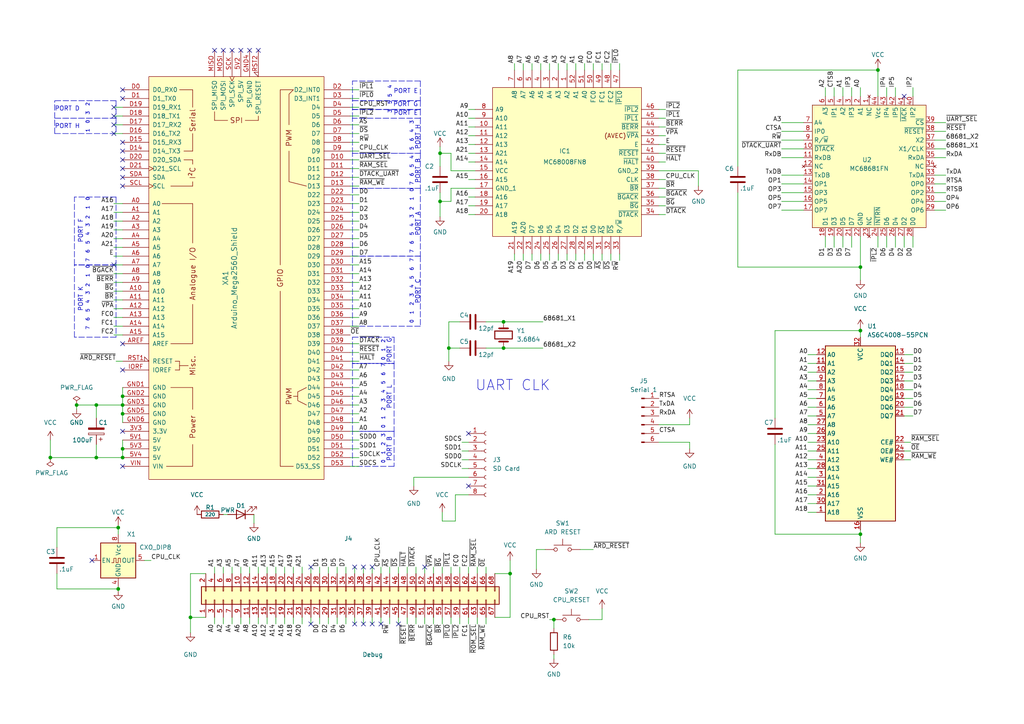
<source format=kicad_sch>
(kicad_sch (version 20211123) (generator eeschema)
  (paper "A4")
  (junction (at 34.29 153.035))
  (junction (at 127.635 58.42))
  (junction (at 27.94 117.475))
  (junction (at 35.56 120.015))
  (junction (at 254.635 20.32))
  (junction (at 35.56 117.475))
  (junction (at 130.175 100.965))
  (junction (at 35.56 130.175))
  (junction (at 34.29 170.815))
  (junction (at 35.56 114.935))
  (junction (at 249.555 95.885))
  (junction (at 35.56 132.715))
  (junction (at 146.05 100.965))
  (junction (at 27.94 132.715))
  (junction (at 127.635 44.45))
  (junction (at 249.555 154.94))
  (junction (at 160.655 179.705))
  (junction (at 146.05 93.345))
  (junction (at 147.955 166.37))
  (junction (at 249.555 77.47))
  (junction (at 22.225 117.475))
  (junction (at 14.605 132.715))
  (junction (at 55.245 179.07))
  (no_connect (at 105.41 164.465))
  (no_connect (at 107.95 164.465))
  (no_connect (at 105.41 180.975))
  (no_connect (at 102.87 180.975))
  (no_connect (at 102.87 164.465))
  (no_connect (at 115.57 180.975))
  (no_connect (at 110.49 180.975))
  (no_connect (at 107.95 180.975))
  (no_connect (at 123.19 164.465))
  (no_connect (at 33.02 76.835))
  (no_connect (at 90.17 180.975))
  (no_connect (at 90.17 164.465))
  (no_connect (at 35.56 107.315))
  (no_connect (at 35.56 125.095))
  (no_connect (at 35.56 135.255))
  (no_connect (at 74.93 14.605))
  (no_connect (at 26.67 162.56))
  (no_connect (at 35.56 41.275))
  (no_connect (at 35.56 43.815))
  (no_connect (at 35.56 46.355))
  (no_connect (at 35.56 48.895))
  (no_connect (at 33.02 33.655))
  (no_connect (at 33.02 31.115))
  (no_connect (at 33.02 36.195))
  (no_connect (at 33.02 38.735))
  (no_connect (at 135.89 140.97))
  (no_connect (at 135.89 125.73))
  (no_connect (at 35.56 51.435))
  (no_connect (at 35.56 53.975))
  (no_connect (at 72.39 14.605))
  (no_connect (at 62.23 14.605))
  (no_connect (at 69.85 14.605))
  (no_connect (at 67.31 14.605))
  (no_connect (at 64.77 14.605))
  (no_connect (at 262.255 27.94))
  (no_connect (at 35.56 99.695))
  (no_connect (at 35.56 26.035))
  (no_connect (at 35.56 28.575))
  (wire (pts (xy 271.145 45.72) (xy 274.32 45.72)))
  (polyline (pts (xy 33.655 57.15) (xy 33.655 76.835)))
  (wire (pts (xy 90.17 179.07) (xy 90.17 180.975)))
  (wire (pts (xy 73.66 151.765) (xy 73.66 149.225)))
  (wire (pts (xy 102.87 164.465) (xy 102.87 166.37)))
  (wire (pts (xy 143.51 179.07) (xy 147.955 179.07)))
  (polyline (pts (xy 33.655 76.835) (xy 21.59 76.835)))
  (wire (pts (xy 135.89 44.45) (xy 137.795 44.45)))
  (wire (pts (xy 101.6 89.535) (xy 104.14 89.535)))
  (wire (pts (xy 164.465 18.415) (xy 164.465 20.32)))
  (polyline (pts (xy 114.3 105.41) (xy 102.235 105.41)))
  (wire (pts (xy 85.09 179.07) (xy 85.09 180.975)))
  (wire (pts (xy 101.6 86.995) (xy 104.14 86.995)))
  (wire (pts (xy 69.85 164.465) (xy 69.85 166.37)))
  (wire (pts (xy 118.11 179.07) (xy 118.11 180.975)))
  (wire (pts (xy 110.49 179.07) (xy 110.49 180.975)))
  (wire (pts (xy 92.71 179.07) (xy 92.71 180.975)))
  (wire (pts (xy 127.635 44.45) (xy 130.81 44.45)))
  (wire (pts (xy 149.225 73.66) (xy 149.225 75.565)))
  (wire (pts (xy 174.625 73.66) (xy 174.625 75.565)))
  (polyline (pts (xy 114.3 125.095) (xy 114.3 135.255)))
  (wire (pts (xy 133.985 135.89) (xy 135.89 135.89)))
  (wire (pts (xy 164.465 73.66) (xy 164.465 75.565)))
  (wire (pts (xy 135.89 62.23) (xy 137.795 62.23)))
  (polyline (pts (xy 121.92 54.61) (xy 102.235 54.61)))
  (wire (pts (xy 118.11 164.465) (xy 118.11 166.37)))
  (wire (pts (xy 234.315 107.95) (xy 236.855 107.95)))
  (wire (pts (xy 35.56 61.595) (xy 33.02 61.595)))
  (wire (pts (xy 34.29 153.035) (xy 34.29 154.94)))
  (polyline (pts (xy 114.3 97.79) (xy 114.3 105.41)))
  (polyline (pts (xy 121.92 44.45) (xy 121.92 54.61)))
  (wire (pts (xy 133.35 93.345) (xy 130.175 93.345)))
  (wire (pts (xy 177.165 73.66) (xy 177.165 75.565)))
  (wire (pts (xy 97.79 179.07) (xy 97.79 180.975)))
  (wire (pts (xy 254.635 19.685) (xy 254.635 20.32)))
  (wire (pts (xy 101.6 117.475) (xy 104.14 117.475)))
  (wire (pts (xy 35.56 74.295) (xy 33.02 74.295)))
  (wire (pts (xy 104.14 33.655) (xy 101.6 33.655)))
  (wire (pts (xy 138.43 179.07) (xy 138.43 180.975)))
  (wire (pts (xy 82.55 179.07) (xy 82.55 180.975)))
  (wire (pts (xy 33.02 89.535) (xy 35.56 89.535)))
  (wire (pts (xy 33.02 31.115) (xy 35.56 31.115)))
  (wire (pts (xy 271.145 50.8) (xy 274.32 50.8)))
  (wire (pts (xy 156.845 73.66) (xy 156.845 75.565)))
  (wire (pts (xy 226.695 38.1) (xy 233.045 38.1)))
  (wire (pts (xy 16.51 166.37) (xy 16.51 170.815)))
  (wire (pts (xy 35.56 112.395) (xy 35.56 114.935)))
  (wire (pts (xy 120.015 138.43) (xy 120.015 140.97)))
  (polyline (pts (xy 21.59 76.835) (xy 21.59 57.15)))
  (wire (pts (xy 140.97 100.965) (xy 146.05 100.965)))
  (wire (pts (xy 128.27 179.07) (xy 128.27 180.975)))
  (wire (pts (xy 226.695 58.42) (xy 233.045 58.42)))
  (polyline (pts (xy 114.3 135.255) (xy 102.235 135.255)))
  (wire (pts (xy 133.985 133.35) (xy 135.89 133.35)))
  (polyline (pts (xy 102.235 54.61) (xy 102.235 44.45)))
  (wire (pts (xy 156.845 18.415) (xy 156.845 20.32)))
  (wire (pts (xy 147.955 179.07) (xy 147.955 166.37)))
  (polyline (pts (xy 102.235 125.095) (xy 102.235 105.41)))
  (wire (pts (xy 92.71 164.465) (xy 92.71 166.37)))
  (wire (pts (xy 241.935 25.4) (xy 241.935 27.94)))
  (wire (pts (xy 135.89 57.15) (xy 137.795 57.15)))
  (wire (pts (xy 33.02 86.995) (xy 35.56 86.995)))
  (wire (pts (xy 87.63 179.07) (xy 87.63 180.975)))
  (wire (pts (xy 104.14 43.815) (xy 101.6 43.815)))
  (wire (pts (xy 130.81 179.07) (xy 130.81 180.975)))
  (wire (pts (xy 104.14 99.695) (xy 101.6 99.695)))
  (wire (pts (xy 249.555 153.67) (xy 249.555 154.94)))
  (wire (pts (xy 154.305 73.66) (xy 154.305 75.565)))
  (wire (pts (xy 130.81 49.53) (xy 130.81 44.45)))
  (wire (pts (xy 191.135 36.83) (xy 193.04 36.83)))
  (wire (pts (xy 130.81 54.61) (xy 130.81 58.42)))
  (wire (pts (xy 226.695 50.8) (xy 233.045 50.8)))
  (polyline (pts (xy 102.235 54.61) (xy 121.92 54.61)))
  (wire (pts (xy 271.145 40.64) (xy 274.32 40.64)))
  (wire (pts (xy 271.145 35.56) (xy 274.32 35.56)))
  (wire (pts (xy 262.255 128.27) (xy 264.16 128.27)))
  (wire (pts (xy 241.935 68.58) (xy 241.935 71.755)))
  (wire (pts (xy 234.315 125.73) (xy 236.855 125.73)))
  (wire (pts (xy 234.315 102.87) (xy 236.855 102.87)))
  (polyline (pts (xy 121.92 34.29) (xy 102.235 34.29)))
  (wire (pts (xy 35.56 76.835) (xy 33.02 76.835)))
  (wire (pts (xy 130.175 100.965) (xy 130.175 104.775)))
  (wire (pts (xy 62.23 179.07) (xy 62.23 180.975)))
  (wire (pts (xy 87.63 164.465) (xy 87.63 166.37)))
  (wire (pts (xy 127.635 58.42) (xy 127.635 62.865)))
  (wire (pts (xy 130.81 164.465) (xy 130.81 166.37)))
  (polyline (pts (xy 121.92 74.295) (xy 102.235 74.295)))
  (wire (pts (xy 104.14 26.035) (xy 101.6 26.035)))
  (wire (pts (xy 234.315 133.35) (xy 236.855 133.35)))
  (wire (pts (xy 149.225 18.415) (xy 149.225 20.32)))
  (wire (pts (xy 137.795 49.53) (xy 130.81 49.53)))
  (wire (pts (xy 262.255 105.41) (xy 264.795 105.41)))
  (wire (pts (xy 159.385 179.705) (xy 160.655 179.705)))
  (wire (pts (xy 101.6 56.515) (xy 104.14 56.515)))
  (wire (pts (xy 101.6 127.635) (xy 104.14 127.635)))
  (wire (pts (xy 271.145 60.96) (xy 274.32 60.96)))
  (polyline (pts (xy 15.875 38.735) (xy 15.875 34.29)))
  (wire (pts (xy 254.635 20.32) (xy 254.635 27.94)))
  (wire (pts (xy 191.135 39.37) (xy 193.04 39.37)))
  (wire (pts (xy 174.625 18.415) (xy 174.625 20.32)))
  (wire (pts (xy 264.795 68.58) (xy 264.795 71.755)))
  (wire (pts (xy 101.6 107.315) (xy 104.14 107.315)))
  (wire (pts (xy 191.135 41.91) (xy 193.04 41.91)))
  (wire (pts (xy 113.03 164.465) (xy 113.03 166.37)))
  (wire (pts (xy 33.655 104.775) (xy 35.56 104.775)))
  (wire (pts (xy 234.315 135.89) (xy 236.855 135.89)))
  (polyline (pts (xy 121.92 29.21) (xy 121.92 31.75)))
  (wire (pts (xy 135.89 143.51) (xy 132.08 143.51)))
  (wire (pts (xy 135.89 179.07) (xy 135.89 180.975)))
  (wire (pts (xy 14.605 127.635) (xy 14.605 132.715)))
  (wire (pts (xy 113.03 179.07) (xy 113.03 180.975)))
  (wire (pts (xy 35.56 127.635) (xy 35.56 130.175)))
  (wire (pts (xy 249.555 95.885) (xy 249.555 97.79)))
  (wire (pts (xy 62.23 164.465) (xy 62.23 166.37)))
  (wire (pts (xy 64.77 164.465) (xy 64.77 166.37)))
  (wire (pts (xy 82.55 164.465) (xy 82.55 166.37)))
  (wire (pts (xy 234.315 146.05) (xy 236.855 146.05)))
  (polyline (pts (xy 121.92 94.615) (xy 102.235 94.615)))
  (polyline (pts (xy 33.655 34.29) (xy 33.655 38.735)))
  (wire (pts (xy 16.51 170.815) (xy 34.29 170.815)))
  (wire (pts (xy 133.35 100.965) (xy 130.175 100.965)))
  (wire (pts (xy 224.79 154.94) (xy 249.555 154.94)))
  (wire (pts (xy 35.56 64.135) (xy 33.02 64.135)))
  (wire (pts (xy 101.6 132.715) (xy 104.14 132.715)))
  (wire (pts (xy 264.795 25.4) (xy 264.795 27.94)))
  (wire (pts (xy 107.95 179.07) (xy 107.95 180.975)))
  (wire (pts (xy 132.08 143.51) (xy 132.08 151.13)))
  (wire (pts (xy 101.6 125.095) (xy 104.14 125.095)))
  (wire (pts (xy 101.6 120.015) (xy 104.14 120.015)))
  (wire (pts (xy 35.56 36.195) (xy 33.02 36.195)))
  (wire (pts (xy 135.89 41.91) (xy 137.795 41.91)))
  (polyline (pts (xy 102.235 105.41) (xy 102.235 97.79)))
  (wire (pts (xy 123.19 179.07) (xy 123.19 180.975)))
  (wire (pts (xy 170.815 179.705) (xy 174.625 179.705)))
  (polyline (pts (xy 102.235 31.75) (xy 102.235 29.21)))
  (wire (pts (xy 146.05 100.965) (xy 157.48 100.965)))
  (wire (pts (xy 172.085 18.415) (xy 172.085 20.32)))
  (polyline (pts (xy 102.235 97.79) (xy 114.3 97.79)))
  (wire (pts (xy 35.56 114.935) (xy 35.56 117.475)))
  (polyline (pts (xy 121.92 31.75) (xy 102.235 31.75)))
  (wire (pts (xy 140.97 179.07) (xy 140.97 180.975)))
  (wire (pts (xy 226.695 55.88) (xy 233.045 55.88)))
  (wire (pts (xy 127.635 42.545) (xy 127.635 44.45)))
  (wire (pts (xy 67.31 179.07) (xy 67.31 180.975)))
  (polyline (pts (xy 121.92 34.29) (xy 102.235 34.29)))
  (polyline (pts (xy 102.235 29.21) (xy 102.235 23.495)))
  (wire (pts (xy 271.145 43.18) (xy 274.32 43.18)))
  (wire (pts (xy 138.43 164.465) (xy 138.43 166.37)))
  (wire (pts (xy 64.77 149.225) (xy 66.04 149.225)))
  (wire (pts (xy 101.6 38.735) (xy 104.14 38.735)))
  (wire (pts (xy 120.65 179.07) (xy 120.65 180.975)))
  (wire (pts (xy 127.635 55.88) (xy 127.635 58.42)))
  (wire (pts (xy 155.575 159.385) (xy 158.115 159.385)))
  (wire (pts (xy 169.545 18.415) (xy 169.545 20.32)))
  (wire (pts (xy 169.545 73.66) (xy 169.545 75.565)))
  (wire (pts (xy 234.315 110.49) (xy 236.855 110.49)))
  (wire (pts (xy 101.6 48.895) (xy 104.14 48.895)))
  (wire (pts (xy 154.305 18.415) (xy 154.305 20.32)))
  (wire (pts (xy 159.385 73.66) (xy 159.385 75.565)))
  (wire (pts (xy 101.6 76.835) (xy 104.14 76.835)))
  (polyline (pts (xy 15.875 34.29) (xy 33.655 34.29)))
  (wire (pts (xy 226.695 60.96) (xy 233.045 60.96)))
  (wire (pts (xy 132.08 151.13) (xy 128.27 151.13)))
  (wire (pts (xy 34.29 170.18) (xy 34.29 170.815)))
  (wire (pts (xy 135.89 59.69) (xy 137.795 59.69)))
  (wire (pts (xy 77.47 164.465) (xy 77.47 166.37)))
  (wire (pts (xy 33.02 81.915) (xy 35.56 81.915)))
  (wire (pts (xy 213.995 77.47) (xy 249.555 77.47)))
  (wire (pts (xy 27.94 117.475) (xy 22.225 117.475)))
  (wire (pts (xy 101.6 81.915) (xy 104.14 81.915)))
  (wire (pts (xy 110.49 164.465) (xy 110.49 166.37)))
  (wire (pts (xy 115.57 179.07) (xy 115.57 180.975)))
  (wire (pts (xy 133.35 164.465) (xy 133.35 166.37)))
  (wire (pts (xy 143.51 166.37) (xy 147.955 166.37)))
  (polyline (pts (xy 102.235 105.41) (xy 114.3 105.41)))
  (wire (pts (xy 33.02 79.375) (xy 35.56 79.375)))
  (wire (pts (xy 155.575 159.385) (xy 155.575 165.1)))
  (wire (pts (xy 271.145 38.1) (xy 274.32 38.1)))
  (wire (pts (xy 33.02 33.655) (xy 35.56 33.655)))
  (wire (pts (xy 191.135 59.69) (xy 193.04 59.69)))
  (wire (pts (xy 191.135 62.23) (xy 193.04 62.23)))
  (wire (pts (xy 41.91 162.56) (xy 43.815 162.56)))
  (wire (pts (xy 224.79 121.285) (xy 224.79 95.885)))
  (wire (pts (xy 254.635 68.58) (xy 254.635 71.755)))
  (polyline (pts (xy 102.235 34.29) (xy 102.235 31.75)))
  (wire (pts (xy 262.255 102.87) (xy 264.795 102.87)))
  (wire (pts (xy 234.315 118.11) (xy 236.855 118.11)))
  (wire (pts (xy 35.56 66.675) (xy 33.02 66.675)))
  (wire (pts (xy 101.6 36.195) (xy 104.14 36.195)))
  (wire (pts (xy 234.315 113.03) (xy 236.855 113.03)))
  (wire (pts (xy 135.89 36.83) (xy 137.795 36.83)))
  (polyline (pts (xy 102.235 94.615) (xy 102.235 74.295)))
  (wire (pts (xy 100.33 164.465) (xy 100.33 166.37)))
  (wire (pts (xy 133.985 128.27) (xy 135.89 128.27)))
  (polyline (pts (xy 33.655 29.21) (xy 33.655 34.29)))
  (wire (pts (xy 200.025 121.285) (xy 200.025 123.19)))
  (wire (pts (xy 174.625 179.705) (xy 174.625 176.53)))
  (wire (pts (xy 101.6 61.595) (xy 104.14 61.595)))
  (wire (pts (xy 262.255 110.49) (xy 264.795 110.49)))
  (wire (pts (xy 234.315 140.97) (xy 236.855 140.97)))
  (polyline (pts (xy 114.3 105.41) (xy 114.3 125.095)))
  (wire (pts (xy 95.25 179.07) (xy 95.25 180.975)))
  (wire (pts (xy 35.56 38.735) (xy 33.02 38.735)))
  (wire (pts (xy 191.135 31.75) (xy 193.04 31.75)))
  (wire (pts (xy 262.255 133.35) (xy 264.16 133.35)))
  (wire (pts (xy 115.57 164.465) (xy 115.57 166.37)))
  (polyline (pts (xy 102.235 44.45) (xy 102.235 34.29)))
  (wire (pts (xy 67.31 164.465) (xy 67.31 166.37)))
  (polyline (pts (xy 102.235 44.45) (xy 121.92 44.45)))
  (wire (pts (xy 161.925 18.415) (xy 161.925 20.32)))
  (wire (pts (xy 191.135 57.15) (xy 193.04 57.15)))
  (wire (pts (xy 244.475 68.58) (xy 244.475 71.755)))
  (wire (pts (xy 262.255 115.57) (xy 264.795 115.57)))
  (wire (pts (xy 35.56 117.475) (xy 35.56 120.015)))
  (wire (pts (xy 35.56 71.755) (xy 33.02 71.755)))
  (wire (pts (xy 77.47 179.07) (xy 77.47 180.975)))
  (wire (pts (xy 135.89 46.99) (xy 137.795 46.99)))
  (wire (pts (xy 147.955 166.37) (xy 147.955 162.56)))
  (polyline (pts (xy 15.875 34.29) (xy 15.875 29.21)))
  (wire (pts (xy 101.6 64.135) (xy 104.14 64.135)))
  (wire (pts (xy 226.695 43.18) (xy 233.045 43.18)))
  (wire (pts (xy 101.6 46.355) (xy 104.14 46.355)))
  (wire (pts (xy 135.89 52.07) (xy 137.795 52.07)))
  (polyline (pts (xy 121.92 54.61) (xy 121.92 74.295)))
  (polyline (pts (xy 33.655 29.21) (xy 15.875 29.21)))
  (polyline (pts (xy 102.235 125.095) (xy 114.3 125.095)))
  (wire (pts (xy 151.765 18.415) (xy 151.765 20.32)))
  (wire (pts (xy 101.6 31.115) (xy 104.14 31.115)))
  (wire (pts (xy 249.555 68.58) (xy 249.555 77.47)))
  (polyline (pts (xy 121.92 44.45) (xy 102.235 44.45)))
  (wire (pts (xy 146.05 93.345) (xy 157.48 93.345)))
  (polyline (pts (xy 102.235 74.295) (xy 102.235 54.61)))
  (wire (pts (xy 101.6 92.075) (xy 104.14 92.075)))
  (wire (pts (xy 200.025 128.27) (xy 200.025 130.175)))
  (wire (pts (xy 105.41 179.07) (xy 105.41 180.975)))
  (wire (pts (xy 101.6 94.615) (xy 104.14 94.615)))
  (wire (pts (xy 234.315 105.41) (xy 236.855 105.41)))
  (wire (pts (xy 135.89 31.75) (xy 137.795 31.75)))
  (wire (pts (xy 64.77 179.07) (xy 64.77 180.975)))
  (wire (pts (xy 27.94 132.715) (xy 35.56 132.715)))
  (wire (pts (xy 202.565 53.975) (xy 202.565 49.53)))
  (wire (pts (xy 226.695 45.72) (xy 233.045 45.72)))
  (wire (pts (xy 226.695 35.56) (xy 233.045 35.56)))
  (polyline (pts (xy 121.92 31.75) (xy 121.92 34.29)))
  (polyline (pts (xy 15.875 38.735) (xy 33.655 38.735)))
  (wire (pts (xy 172.085 73.66) (xy 172.085 75.565)))
  (wire (pts (xy 262.255 130.81) (xy 264.16 130.81)))
  (wire (pts (xy 101.6 69.215) (xy 104.14 69.215)))
  (wire (pts (xy 55.245 179.07) (xy 55.245 183.515)))
  (wire (pts (xy 137.795 54.61) (xy 130.81 54.61)))
  (wire (pts (xy 234.315 115.57) (xy 236.855 115.57)))
  (wire (pts (xy 101.6 74.295) (xy 104.14 74.295)))
  (wire (pts (xy 133.35 179.07) (xy 133.35 180.975)))
  (wire (pts (xy 151.765 73.66) (xy 151.765 75.565)))
  (wire (pts (xy 213.995 20.32) (xy 254.635 20.32)))
  (wire (pts (xy 35.56 69.215) (xy 33.02 69.215)))
  (wire (pts (xy 128.27 164.465) (xy 128.27 166.37)))
  (wire (pts (xy 130.175 93.345) (xy 130.175 100.965)))
  (wire (pts (xy 104.14 104.775) (xy 101.6 104.775)))
  (polyline (pts (xy 102.235 74.295) (xy 121.92 74.295)))
  (wire (pts (xy 167.005 18.415) (xy 167.005 20.32)))
  (wire (pts (xy 125.73 179.07) (xy 125.73 180.975)))
  (wire (pts (xy 35.56 59.055) (xy 33.02 59.055)))
  (wire (pts (xy 27.94 128.905) (xy 27.94 132.715)))
  (polyline (pts (xy 121.92 23.495) (xy 102.235 23.495)))
  (wire (pts (xy 102.87 179.07) (xy 102.87 180.975)))
  (wire (pts (xy 33.02 94.615) (xy 35.56 94.615)))
  (wire (pts (xy 100.33 179.07) (xy 100.33 180.975)))
  (wire (pts (xy 234.315 130.81) (xy 236.855 130.81)))
  (wire (pts (xy 104.14 102.235) (xy 101.6 102.235)))
  (wire (pts (xy 72.39 164.465) (xy 72.39 166.37)))
  (wire (pts (xy 22.225 117.475) (xy 22.225 118.745)))
  (wire (pts (xy 120.65 164.465) (xy 120.65 166.37)))
  (wire (pts (xy 262.255 107.95) (xy 264.795 107.95)))
  (wire (pts (xy 259.715 25.4) (xy 259.715 27.94)))
  (polyline (pts (xy 33.655 76.835) (xy 21.59 76.835)))
  (wire (pts (xy 262.255 118.11) (xy 264.795 118.11)))
  (wire (pts (xy 80.01 164.465) (xy 80.01 166.37)))
  (wire (pts (xy 191.135 44.45) (xy 193.04 44.45)))
  (wire (pts (xy 101.6 71.755) (xy 104.14 71.755)))
  (wire (pts (xy 85.09 164.465) (xy 85.09 166.37)))
  (wire (pts (xy 35.56 130.175) (xy 35.56 132.715)))
  (wire (pts (xy 177.165 18.415) (xy 177.165 20.32)))
  (wire (pts (xy 262.255 120.65) (xy 264.795 120.65)))
  (wire (pts (xy 135.89 138.43) (xy 120.015 138.43)))
  (wire (pts (xy 179.705 18.415) (xy 179.705 20.32)))
  (wire (pts (xy 161.925 73.66) (xy 161.925 75.565)))
  (wire (pts (xy 101.6 59.055) (xy 104.14 59.055)))
  (wire (pts (xy 104.14 41.275) (xy 101.6 41.275)))
  (wire (pts (xy 97.79 164.465) (xy 97.79 166.37)))
  (wire (pts (xy 55.245 179.07) (xy 59.69 179.07)))
  (wire (pts (xy 191.135 54.61) (xy 193.04 54.61)))
  (wire (pts (xy 74.93 164.465) (xy 74.93 166.37)))
  (wire (pts (xy 271.145 55.88) (xy 274.32 55.88)))
  (polyline (pts (xy 33.655 76.835) (xy 33.655 97.79)))
  (wire (pts (xy 101.6 109.855) (xy 104.14 109.855)))
  (wire (pts (xy 80.01 179.07) (xy 80.01 180.975)))
  (wire (pts (xy 244.475 25.4) (xy 244.475 27.94)))
  (wire (pts (xy 33.02 97.155) (xy 35.56 97.155)))
  (wire (pts (xy 226.695 40.64) (xy 233.045 40.64)))
  (wire (pts (xy 259.715 68.58) (xy 259.715 71.755)))
  (wire (pts (xy 160.655 179.705) (xy 160.655 182.245)))
  (wire (pts (xy 34.29 152.4) (xy 34.29 153.035)))
  (wire (pts (xy 33.02 84.455) (xy 35.56 84.455)))
  (wire (pts (xy 191.135 49.53) (xy 202.565 49.53)))
  (wire (pts (xy 160.655 189.865) (xy 160.655 191.135)))
  (wire (pts (xy 101.6 122.555) (xy 104.14 122.555)))
  (polyline (pts (xy 102.235 29.21) (xy 121.92 29.21)))
  (polyline (pts (xy 121.92 74.295) (xy 121.92 94.615)))
  (wire (pts (xy 16.51 158.75) (xy 16.51 153.035)))
  (wire (pts (xy 271.145 58.42) (xy 274.32 58.42)))
  (wire (pts (xy 101.6 114.935) (xy 104.14 114.935)))
  (polyline (pts (xy 114.3 125.095) (xy 102.235 125.095)))
  (wire (pts (xy 104.14 53.975) (xy 101.6 53.975)))
  (polyline (pts (xy 21.59 97.79) (xy 21.59 76.835)))
  (wire (pts (xy 224.79 128.905) (xy 224.79 154.94)))
  (wire (pts (xy 191.135 34.29) (xy 193.04 34.29)))
  (polyline (pts (xy 33.655 34.29) (xy 15.875 34.29)))
  (wire (pts (xy 59.69 166.37) (xy 55.245 166.37)))
  (wire (pts (xy 123.19 164.465) (xy 123.19 166.37)))
  (wire (pts (xy 249.555 95.25) (xy 249.555 95.885)))
  (wire (pts (xy 33.02 92.075) (xy 35.56 92.075)))
  (wire (pts (xy 213.995 48.26) (xy 213.995 20.32)))
  (wire (pts (xy 226.695 53.34) (xy 233.045 53.34)))
  (wire (pts (xy 101.6 84.455) (xy 104.14 84.455)))
  (wire (pts (xy 249.555 25.4) (xy 249.555 27.94)))
  (wire (pts (xy 127.635 44.45) (xy 127.635 48.26)))
  (polyline (pts (xy 121.92 23.495) (xy 121.92 29.21)))
  (wire (pts (xy 249.555 77.47) (xy 249.555 81.28)))
  (wire (pts (xy 127.635 58.42) (xy 130.81 58.42)))
  (wire (pts (xy 95.25 164.465) (xy 95.25 166.37)))
  (polyline (pts (xy 102.235 31.75) (xy 121.92 31.75)))
  (wire (pts (xy 34.29 170.815) (xy 34.29 171.45)))
  (wire (pts (xy 262.255 68.58) (xy 262.255 71.755)))
  (wire (pts (xy 101.6 135.255) (xy 104.14 135.255)))
  (wire (pts (xy 101.6 130.175) (xy 104.14 130.175)))
  (polyline (pts (xy 121.92 34.29) (xy 121.92 44.45)))
  (wire (pts (xy 191.135 128.27) (xy 200.025 128.27)))
  (wire (pts (xy 271.145 53.34) (xy 274.32 53.34)))
  (wire (pts (xy 213.995 55.88) (xy 213.995 77.47)))
  (wire (pts (xy 101.6 112.395) (xy 104.14 112.395)))
  (wire (pts (xy 16.51 153.035) (xy 34.29 153.035)))
  (wire (pts (xy 135.89 34.29) (xy 137.795 34.29)))
  (polyline (pts (xy 33.655 97.79) (xy 21.59 97.79)))
  (wire (pts (xy 262.255 113.03) (xy 264.795 113.03)))
  (wire (pts (xy 234.315 148.59) (xy 236.855 148.59)))
  (wire (pts (xy 125.73 164.465) (xy 125.73 166.37)))
  (wire (pts (xy 168.275 159.385) (xy 172.085 159.385)))
  (wire (pts (xy 105.41 164.465) (xy 105.41 166.37)))
  (wire (pts (xy 101.6 51.435) (xy 104.14 51.435)))
  (wire (pts (xy 159.385 18.415) (xy 159.385 20.32)))
  (wire (pts (xy 234.315 128.27) (xy 236.855 128.27)))
  (wire (pts (xy 107.95 164.465) (xy 107.95 166.37)))
  (wire (pts (xy 191.135 52.07) (xy 193.04 52.07)))
  (wire (pts (xy 224.79 95.885) (xy 249.555 95.885)))
  (wire (pts (xy 234.315 120.65) (xy 236.855 120.65)))
  (wire (pts (xy 239.395 25.4) (xy 239.395 27.94)))
  (wire (pts (xy 191.135 46.99) (xy 193.04 46.99)))
  (wire (pts (xy 140.97 164.465) (xy 140.97 166.37)))
  (wire (pts (xy 234.315 143.51) (xy 236.855 143.51)))
  (wire (pts (xy 167.005 73.66) (xy 167.005 75.565)))
  (wire (pts (xy 101.6 79.375) (xy 104.14 79.375)))
  (wire (pts (xy 234.315 138.43) (xy 236.855 138.43)))
  (wire (pts (xy 247.015 25.4) (xy 247.015 27.94)))
  (wire (pts (xy 101.6 66.675) (xy 104.14 66.675)))
  (wire (pts (xy 191.135 123.19) (xy 200.025 123.19)))
  (wire (pts (xy 140.97 93.345) (xy 146.05 93.345)))
  (wire (pts (xy 35.56 120.015) (xy 35.56 122.555)))
  (wire (pts (xy 72.39 179.07) (xy 72.39 180.975)))
  (wire (pts (xy 249.555 154.94) (xy 249.555 157.48)))
  (wire (pts (xy 104.14 28.575) (xy 101.6 28.575)))
  (wire (pts (xy 128.27 151.13) (xy 128.27 148.59)))
  (wire (pts (xy 239.395 68.58) (xy 239.395 71.755)))
  (wire (pts (xy 133.985 130.81) (xy 135.89 130.81)))
  (wire (pts (xy 35.56 117.475) (xy 27.94 117.475)))
  (wire (pts (xy 90.17 164.465) (xy 90.17 166.37)))
  (wire (pts (xy 179.705 73.66) (xy 179.705 75.565)))
  (wire (pts (xy 135.89 164.465) (xy 135.89 166.37)))
  (polyline (pts (xy 102.235 29.21) (xy 121.92 29.21)))
  (wire (pts (xy 234.315 123.19) (xy 236.855 123.19)))
  (wire (pts (xy 55.245 166.37) (xy 55.245 179.07)))
  (wire (pts (xy 14.605 132.715) (xy 27.94 132.715)))
  (wire (pts (xy 27.94 117.475) (xy 27.94 121.285)))
  (polyline (pts (xy 33.655 57.15) (xy 21.59 57.15)))
  (wire (pts (xy 74.93 179.07) (xy 74.93 180.975)))
  (wire (pts (xy 257.175 25.4) (xy 257.175 27.94)))
  (polyline (pts (xy 102.235 135.255) (xy 102.235 125.095)))
  (wire (pts (xy 69.85 179.07) (xy 69.85 180.975)))
  (wire (pts (xy 257.175 68.58) (xy 257.175 71.755)))
  (wire (pts (xy 135.89 39.37) (xy 137.795 39.37)))
  (wire (pts (xy 247.015 68.58) (xy 247.015 71.755)))
  (text "PORT H" (at 15.875 37.465 0) (effects (font (size 1.27 1.27)) (justify left bottom)))
  (text "7" (at 120.015 76.2 90) (effects (font (size 1 1)) (justify left bottom)))
  (text "PORT A" (at 121.92 68.58 90) (effects (font (size 1.27 1.27)) (justify left bottom)))
  (text "6" (at 120.015 51.435 90) (effects (font (size 1 1)) (justify left bottom)))
  (text "2" (at 26.035 83.4667 90) (effects (font (size 1 1)) (justify left bottom)))
  (text "UART CLK" (at 137.795 113.665 0) (effects (font (size 3 3)) (justify left bottom)))
  (text "7" (at 120.015 53.975 90) (effects (font (size 1 1)) (justify left bottom)))
  (text "5" (at 26.035 90.805 90) (effects (font (size 1 1)) (justify left bottom)))
  (text "PORT E" (at 121.285 33.655 180) (effects (font (size 1.27 1.27)) (justify right bottom)))
  (text "3" (at 111.76 127 90) (effects (font (size 1 1)) (justify left bottom)))
  (text "5" (at 120.015 68.58 90) (effects (font (size 1 1)) (justify left bottom)))
  (text "4" (at 111.76 114.3 90) (effects (font (size 1 1)) (justify left bottom)))
  (text "0" (at 26.035 78.105 90) (effects (font (size 1 1)) (justify left bottom)))
  (text "4" (at 120.015 66.04 90) (effects (font (size 1 1)) (justify left bottom)))
  (text "0" (at 26.035 58.42 90) (effects (font (size 1 1)) (justify left bottom)))
  (text "3" (at 111.76 116.84 90) (effects (font (size 1 1)) (justify left bottom)))
  (text "1" (at 120.015 91.44 90) (effects (font (size 1 1)) (justify left bottom)))
  (text "2" (at 111.76 99.695 90) (effects (font (size 1 1)) (justify left bottom)))
  (text "1" (at 120.015 58.42 90) (effects (font (size 1 1)) (justify left bottom)))
  (text "PORT E" (at 121.285 27.305 180) (effects (font (size 1.27 1.27)) (justify right bottom)))
  (text "5" (at 111.76 111.76 90) (effects (font (size 1 1)) (justify left bottom)))
  (text "2" (at 26.035 29.845 270) (effects (font (size 1 1)) (justify right bottom)))
  (text "3" (at 26.035 66.04 90) (effects (font (size 1 1)) (justify left bottom)))
  (text "5" (at 120.015 81.28 90) (effects (font (size 1 1)) (justify left bottom)))
  (text "PORT B" (at 121.92 53.34 90) (effects (font (size 1.27 1.27)) (justify left bottom)))
  (text "5" (at 120.015 48.895 90) (effects (font (size 1 1)) (justify left bottom)))
  (text "PORT D" (at 15.875 32.385 0) (effects (font (size 1.27 1.27)) (justify left bottom)))
  (text "3" (at 113.665 33.02 90) (effects (font (size 1 1)) (justify left bottom)))
  (text "5" (at 113.665 30.48 90) (effects (font (size 1 1)) (justify left bottom)))
  (text "0" (at 111.76 124.46 90) (effects (font (size 1 1)) (justify left bottom)))
  (text "3" (at 26.035 32.385 270) (effects (font (size 1 1)) (justify right bottom)))
  (text "6" (at 111.76 109.22 90) (effects (font (size 1 1)) (justify left bottom)))
  (text "PORT C" (at 121.92 88.265 90) (effects (font (size 1.27 1.27)) (justify left bottom)))
  (text "1" (at 26.035 37.465 270) (effects (font (size 1 1)) (justify right bottom)))
  (text "PORT G" (at 113.665 105.41 90) (effects (font (size 1.27 1.27)) (justify left bottom)))
  (text "2" (at 111.76 119.38 90) (effects (font (size 1 1)) (justify left bottom)))
  (text "2" (at 120.015 61.2417 90) (effects (font (size 1 1)) (justify left bottom)))
  (text "0" (at 111.76 104.775 90) (effects (font (size 1 1)) (justify left bottom)))
  (text "1" (at 111.76 102.235 90) (effects (font (size 1 1)) (justify left bottom)))
  (text "1" (at 111.76 132.08 90) (effects (font (size 1 1)) (justify left bottom)))
  (text "7" (at 26.035 76.2 90) (effects (font (size 1 1)) (justify left bottom)))
  (text "5" (at 120.015 43.815 90) (effects (font (size 1 1)) (justify left bottom)))
  (text "1" (at 26.035 60.96 90) (effects (font (size 1 1)) (justify left bottom)))
  (text "4" (at 113.665 24.765 270) (effects (font (size 1 1)) (justify right bottom)))
  (text "0" (at 120.015 93.98 90) (effects (font (size 1 1)) (justify left bottom)))
  (text "6" (at 120.015 78.74 90) (effects (font (size 1 1)) (justify left bottom)))
  (text "6" (at 120.015 71.12 90) (effects (font (size 1 1)) (justify left bottom)))
  (text "1" (at 111.76 121.92 90) (effects (font (size 1 1)) (justify left bottom)))
  (text "0" (at 120.015 55.88 90) (effects (font (size 1 1)) (justify left bottom)))
  (text "0" (at 111.76 134.62 90) (effects (font (size 1 1)) (justify left bottom)))
  (text "3" (at 26.035 85.725 90) (effects (font (size 1 1)) (justify left bottom)))
  (text "4" (at 120.015 38.735 90) (effects (font (size 1 1)) (justify left bottom)))
  (text "4" (at 120.015 46.355 90) (effects (font (size 1 1)) (justify left bottom)))
  (text "4" (at 120.015 83.82 90) (effects (font (size 1 1)) (justify left bottom)))
  (text "5" (at 26.035 71.12 90) (effects (font (size 1 1)) (justify left bottom)))
  (text "7" (at 111.76 106.68 90) (effects (font (size 1 1)) (justify left bottom)))
  (text "2" (at 120.015 88.9 90) (effects (font (size 1 1)) (justify left bottom)))
  (text "6" (at 26.035 93.345 90) (effects (font (size 1 1)) (justify left bottom)))
  (text "2" (at 111.76 129.54 90) (effects (font (size 1 1)) (justify left bottom)))
  (text "3" (at 120.015 36.195 90) (effects (font (size 1 1)) (justify left bottom)))
  (text "6" (at 26.035 73.66 90) (effects (font (size 1 1)) (justify left bottom)))
  (text "2" (at 26.035 63.7817 90) (effects (font (size 1 1)) (justify left bottom)))
  (text "7" (at 120.015 73.66 90) (effects (font (size 1 1)) (justify left bottom)))
  (text "PORT K" (at 24.13 83.185 270) (effects (font (size 1.27 1.27)) (justify right bottom)))
  (text "5" (at 113.665 27.305 270) (effects (font (size 1 1)) (justify right bottom)))
  (text "PORT B" (at 113.665 133.985 90) (effects (font (size 1.27 1.27)) (justify left bottom)))
  (text "7" (at 26.035 95.885 90) (effects (font (size 1 1)) (justify left bottom)))
  (text "PORT F" (at 24.13 63.5 270) (effects (font (size 1.27 1.27)) (justify right bottom)))
  (text "PORT H" (at 121.92 36.195 270) (effects (font (size 1.27 1.27)) (justify right bottom)))
  (text "3" (at 120.015 86.36 90) (effects (font (size 1 1)) (justify left bottom)))
  (text "4" (at 26.035 68.58 90) (effects (font (size 1 1)) (justify left bottom)))
  (text "6" (at 120.015 41.275 90) (effects (font (size 1 1)) (justify left bottom)))
  (text "0" (at 26.035 34.925 270) (effects (font (size 1 1)) (justify right bottom)))
  (text "3" (at 120.015 63.5 90) (effects (font (size 1 1)) (justify left bottom)))
  (text "1" (at 26.035 80.645 90) (effects (font (size 1 1)) (justify left bottom)))
  (text "4" (at 26.035 88.265 90) (effects (font (size 1 1)) (justify left bottom)))
  (text "PORT L" (at 113.665 118.745 90) (effects (font (size 1.27 1.27)) (justify left bottom)))
  (text "PORT G" (at 121.285 31.115 180) (effects (font (size 1.27 1.27)) (justify right bottom)))
  (label "A14" (at 80.01 180.975 270))
  (label "A1" (at 244.475 25.4 90))
  (label "R~{W}" (at 226.695 40.64 180))
  (label "~{ARD_RESET}" (at 172.085 159.385 0))
  (label "~{BERR}" (at 120.65 180.975 270))
  (label "D3" (at 164.465 75.565 270))
  (label "~{UART_SEL}" (at 274.32 35.56 0))
  (label "D2" (at 264.795 107.95 0))
  (label "A1" (at 104.14 122.555 0))
  (label "A7" (at 104.14 107.315 0))
  (label "~{HALT}" (at 193.04 46.99 0))
  (label "A15" (at 104.14 76.835 0))
  (label "A20" (at 151.765 75.565 270))
  (label "~{IPL0}" (at 104.14 28.575 0))
  (label "FC0" (at 172.085 18.415 90))
  (label "~{BR}" (at 128.27 180.975 270))
  (label "~{AS}" (at 104.14 36.195 0))
  (label "A18" (at 135.89 62.23 180))
  (label "A1" (at 234.315 105.41 180))
  (label "~{IPL1}" (at 193.04 34.29 0))
  (label "A14" (at 234.315 138.43 180))
  (label "CPU_CLK" (at 193.04 52.07 0))
  (label "A14" (at 135.89 46.99 180))
  (label "~{HALT}" (at 118.11 164.465 90))
  (label "D3" (at 104.14 64.135 0))
  (label "68681_X2" (at 274.32 40.64 0))
  (label "TxDA" (at 191.135 118.11 0))
  (label "OP6" (at 274.32 60.96 0))
  (label "~{AS}" (at 174.625 75.565 270))
  (label "D1" (at 92.71 164.465 90))
  (label "A3" (at 234.315 110.49 180))
  (label "A7" (at 69.85 164.465 90))
  (label "A13" (at 234.315 135.89 180))
  (label "~{RESET}" (at 104.14 102.235 0))
  (label "A16" (at 33.02 59.055 180))
  (label "FC0" (at 133.35 164.465 90))
  (label "A0" (at 249.555 25.4 90))
  (label "~{BG}" (at 128.27 164.465 90))
  (label "D7" (at 100.33 164.465 90))
  (label "D5" (at 104.14 69.215 0))
  (label "A16" (at 234.315 143.51 180))
  (label "CPU_RST" (at 159.385 179.705 180))
  (label "A1" (at 167.005 18.415 90))
  (label "68681_X1" (at 157.48 93.345 0))
  (label "D3" (at 264.795 110.49 0))
  (label "D1" (at 169.545 75.565 270))
  (label "D5" (at 264.795 115.57 0))
  (label "D6" (at 156.845 75.565 270))
  (label "~{ROM_SEL}" (at 138.43 180.975 270))
  (label "A13" (at 77.47 164.465 90))
  (label "A14" (at 104.14 79.375 0))
  (label "A6" (at 69.85 180.975 270))
  (label "A19" (at 85.09 164.465 90))
  (label "FC1" (at 33.02 94.615 180))
  (label "R~{W}" (at 113.03 180.975 270))
  (label "D7" (at 104.14 74.295 0))
  (label "~{RAM_WE}" (at 140.97 180.975 270))
  (label "~{DS}" (at 104.14 38.735 0))
  (label "E" (at 33.02 74.295 180))
  (label "D4" (at 264.795 113.03 0))
  (label "~{DTACK}" (at 193.04 62.23 0))
  (label "~{AS}" (at 113.03 164.465 90))
  (label "A3" (at 226.695 35.56 180))
  (label "~{DTACK_UART}" (at 104.14 51.435 0))
  (label "D3" (at 95.25 164.465 90))
  (label "A15" (at 80.01 164.465 90))
  (label "R~{W}" (at 104.14 41.275 0))
  (label "~{RESET}" (at 274.32 38.1 0))
  (label "~{IPL2}" (at 193.04 31.75 0))
  (label "~{RAM_SEL}" (at 104.14 48.895 0))
  (label "D1" (at 264.795 105.41 0))
  (label "A5" (at 67.31 164.465 90))
  (label "D1" (at 104.14 59.055 0))
  (label "~{RAM_SEL}" (at 138.43 164.465 90))
  (label "A11" (at 74.93 164.465 90))
  (label "A12" (at 77.47 180.975 270))
  (label "A6" (at 234.315 118.11 180))
  (label "68681_X1" (at 274.32 43.18 0))
  (label "A0" (at 169.545 18.415 90))
  (label "A6" (at 104.14 109.855 0))
  (label "RxDB" (at 226.695 45.72 180))
  (label "SDD1" (at 133.985 130.81 180))
  (label "OP3" (at 226.695 55.88 180))
  (label "CTSA" (at 191.135 125.73 0))
  (label "A17" (at 82.55 164.465 90))
  (label "D2" (at 167.005 75.565 270))
  (label "68681_X2" (at 157.48 100.965 0))
  (label "A10" (at 104.14 89.535 0))
  (label "~{RESET}" (at 193.04 44.45 0))
  (label "A4" (at 159.385 18.415 90))
  (label "A2" (at 239.395 25.4 90))
  (label "D6" (at 100.33 180.975 270))
  (label "~{BR}" (at 193.04 54.61 0))
  (label "A19" (at 149.225 75.565 270))
  (label "A0" (at 104.14 125.095 0))
  (label "A0" (at 62.23 180.975 270))
  (label "CPU_CLK" (at 110.49 164.465 90))
  (label "SDCLK" (at 133.985 135.89 180))
  (label "~{BR}" (at 33.02 86.995 180))
  (label "D5" (at 159.385 75.565 270))
  (label "FC0" (at 33.02 92.075 180))
  (label "A9" (at 135.89 31.75 180))
  (label "D7" (at 264.795 120.65 0))
  (label "A20" (at 33.02 69.215 180))
  (label "~{BERR}" (at 33.02 81.915 180))
  (label "A9" (at 234.315 125.73 180))
  (label "~{RAM_WE}" (at 104.14 53.975 0))
  (label "A2" (at 164.465 18.415 90))
  (label "A11" (at 135.89 36.83 180))
  (label "~{IPL2}" (at 133.35 180.975 270))
  (label "D0" (at 264.795 102.87 0))
  (label "A3" (at 161.925 18.415 90))
  (label "~{OE}" (at 101.6 97.155 0))
  (label "~{IPL0}" (at 179.705 18.415 90))
  (label "A18" (at 234.315 148.59 180))
  (label "A1" (at 62.23 164.465 90))
  (label "CTSB" (at 241.935 25.4 90))
  (label "A10" (at 74.93 180.975 270))
  (label "D0" (at 104.14 56.515 0))
  (label "~{RESET}" (at 118.11 180.975 270))
  (label "CPU_CLK" (at 104.14 43.815 0))
  (label "RTSB" (at 274.32 55.88 0))
  (label "SDCS" (at 104.14 135.255 0))
  (label "SDD0" (at 133.985 133.35 180))
  (label "IP4" (at 257.175 25.4 90))
  (label "A7" (at 151.765 18.415 90))
  (label "~{IPL1}" (at 104.14 26.035 0))
  (label "~{BERR}" (at 193.04 36.83 0))
  (label "~{DS}" (at 177.165 75.565 270))
  (label "FC2" (at 33.02 97.155 180))
  (label "A6" (at 154.305 18.415 90))
  (label "A7" (at 234.315 120.65 180))
  (label "D0" (at 172.085 75.565 270))
  (label "RxDA" (at 274.32 45.72 0))
  (label "SDD0" (at 104.14 127.635 0))
  (label "A8" (at 234.315 123.19 180))
  (label "OP1" (at 226.695 53.34 180))
  (label "D4" (at 97.79 180.975 270))
  (label "A18" (at 33.02 64.135 180))
  (label "D5" (at 97.79 164.465 90))
  (label "D1" (at 239.395 71.755 270))
  (label "~{DS}" (at 115.57 164.465 90))
  (label "OP7" (at 226.695 60.96 180))
  (label "FC2" (at 135.89 164.465 90))
  (label "A8" (at 104.14 94.615 0))
  (label "~{DTACK}" (at 104.14 99.695 0))
  (label "~{BG}" (at 33.02 84.455 180))
  (label "A13" (at 104.14 81.915 0))
  (label "A17" (at 135.89 59.69 180))
  (label "~{IPL2}" (at 254.635 71.755 270))
  (label "A12" (at 234.315 133.35 180))
  (label "A5" (at 156.845 18.415 90))
  (label "IP5" (at 259.715 25.4 90))
  (label "~{VPA}" (at 33.02 89.535 180))
  (label "A10" (at 135.89 34.29 180))
  (label "RTSA" (at 191.135 115.57 0))
  (label "A8" (at 72.39 180.975 270))
  (label "A9" (at 72.39 164.465 90))
  (label "CTSA" (at 226.695 38.1 180))
  (label "A20" (at 87.63 180.975 270))
  (label "A12" (at 135.89 39.37 180))
  (label "A16" (at 135.89 57.15 180))
  (label "~{BG}" (at 193.04 59.69 0))
  (label "~{UART_SEL}" (at 104.14 46.355 0))
  (label "A17" (at 234.315 146.05 180))
  (label "RxDA" (at 191.135 120.65 0))
  (label "D0" (at 264.795 71.755 270))
  (label "A15" (at 135.89 52.07 180))
  (label "OP5" (at 226.695 58.42 180))
  (label "RTSA" (at 274.32 53.34 0))
  (label "SDCS" (at 133.985 128.27 180))
  (label "A10" (at 234.315 128.27 180))
  (label "D7" (at 247.015 71.755 270))
  (label "A3" (at 64.77 164.465 90))
  (label "SDCLK" (at 104.14 132.715 0))
  (label "~{DTACK_UART}" (at 226.695 43.18 180))
  (label "~{HALT}" (at 104.14 104.775 0))
  (label "A13" (at 135.89 41.91 180))
  (label "A9" (at 104.14 92.075 0))
  (label "A5" (at 104.14 112.395 0))
  (label "CPU_RST" (at 104.14 31.115 0))
  (label "CPU_CLK" (at 43.815 162.56 0))
  (label "TxDA" (at 274.32 50.8 0))
  (label "A21" (at 87.63 164.465 90))
  (label "~{VPA}" (at 125.73 164.465 90))
  (label "D6" (at 264.795 118.11 0))
  (label "A12" (at 104.14 84.455 0))
  (label "D4" (at 104.14 66.675 0))
  (label "A15" (at 234.315 140.97 180))
  (label "~{IPL1}" (at 130.81 164.465 90))
  (label "A8" (at 149.225 18.415 90))
  (label "D2" (at 104.14 61.595 0))
  (label "FC1" (at 135.89 180.975 270))
  (label "A11" (at 234.315 130.81 180))
  (label "~{ARD_RESET}" (at 33.655 104.775 180))
  (label "~{DTACK}" (at 120.65 164.465 90))
  (label "D5" (at 244.475 71.755 270))
  (label "D4" (at 259.715 71.755 270))
  (label "A16" (at 82.55 180.975 270))
  (label "D2" (at 95.25 180.975 270))
  (label "D0" (at 92.71 180.975 270))
  (label "D7" (at 154.305 75.565 270))
  (label "~{BGACK}" (at 193.04 57.15 0))
  (label "A21" (at 135.89 44.45 180))
  (label "A11" (at 104.14 86.995 0))
  (label "~{OE}" (at 264.16 130.81 0))
  (label "IP2" (at 264.795 25.4 90))
  (label "OP4" (at 274.32 58.42 0))
  (label "A19" (at 33.02 66.675 180))
  (label "A2" (at 64.77 180.975 270))
  (label "R~{W}" (at 179.705 75.565 270))
  (label "SDD1" (at 104.14 130.175 0))
  (label "IP3" (at 247.015 25.4 90))
  (label "A4" (at 67.31 180.975 270))
  (label "~{BGACK}" (at 125.73 180.975 270))
  (label "~{BGACK}" (at 33.02 79.375 180))
  (label "A4" (at 234.315 113.03 180))
  (label "D6" (at 104.14 71.755 0))
  (label "~{IPL2}" (at 104.14 33.655 0))
  (label "A4" (at 104.14 114.935 0))
  (label "D4" (at 161.925 75.565 270))
  (label "E" (at 193.04 41.91 0))
  (label "~{RAM_SEL}" (at 264.16 128.27 0))
  (label "D6" (at 257.175 71.755 270))
  (label "TxDB" (at 226.695 50.8 180))
  (label "A0" (at 234.315 102.87 180))
  (label "A2" (at 104.14 120.015 0))
  (label "A18" (at 85.09 180.975 270))
  (label "~{OE}" (at 140.97 164.465 90))
  (label "FC1" (at 174.625 18.415 90))
  (label "~{RAM_WE}" (at 264.16 133.35 0))
  (label "A5" (at 234.315 115.57 180))
  (label "E" (at 123.19 180.975 270))
  (label "~{VPA}" (at 193.04 39.37 0))
  (label "D2" (at 262.255 71.755 270))
  (label "D3" (at 241.935 71.755 270))
  (label "A21" (at 33.02 71.755 180))
  (label "FC2" (at 177.165 18.415 90))
  (label "A17" (at 33.02 61.595 180))
  (label "A2" (at 234.315 107.95 180))
  (label "~{IPL0}" (at 130.81 180.975 270))
  (label "A3" (at 104.14 117.475 0))
  (symbol (lib_id "Device:R") (at 160.655 186.055 0) (unit 1)
    (property "Reference" "R6" (at 163.195 184.7849 0) (effects (justify left)))
    (property "Value" "10k" (at 163.195 187.3249 0) (effects (justify left)))
    (property "Footprint" "Resistor_SMD:R_0603_1608Metric" (effects hide))
  )
  (symbol (lib_id "power:VCC") (at 174.625 176.53 0) (unit 1)
    (property "Reference" "#PWR017" (effects hide))
    (property "Value" "VCC" (at 174.625 171.45 0))
  )
  (symbol (lib_id "power:GND") (at 249.555 81.28 0) (unit 1)
    (property "Reference" "#PWR014" (effects hide))
    (property "Value" "GND" (at 249.555 85.725 0))
  )
  (symbol (lib_id "power:VCC") (at 34.29 152.4 0) (unit 1)
    (property "Reference" "#PWR07" (effects hide))
    (property "Value" "VCC" (at 34.29 148.59 0))
  )
  (symbol (lib_id "power:GND") (at 34.29 171.45 0) (unit 1)
    (property "Reference" "#PWR08" (effects hide))
    (property "Value" "GND" (at 34.29 175.895 0))
  )
  (symbol (lib_id "power:VCC") (at 200.025 121.285 0) (unit 1)
    (property "Reference" "#PWR012" (effects hide))
    (property "Value" "VCC" (at 200.025 115.57 0))
  )
  (symbol (lib_id "power:VCC") (at 249.555 95.25 0) (unit 1)
    (property "Reference" "#PWR015" (effects hide))
    (property "Value" "VCC" (at 249.555 89.535 0))
  )
  (symbol (lib_id "power:PWR_FLAG") (at 14.605 132.715 180) (unit 1)
    (property "Reference" "#FLG01" (effects hide))
    (property "Value" "PWR_FLAG" (at 10.16 137.16 0) (effects (justify right)))
  )
  (symbol (lib_id "arduino:Arduino_Mega2560_Shield") (at 68.58 80.645 0) (unit 1)
    (property "Reference" "XA1" (at 65.405 80.645 90) (effects (font (size 1.524 1.524))))
    (property "Value" "Arduino_Mega2560_Shield" (at 67.945 80.645 90) (effects (font (size 1.524 1.524))))
    (property "Footprint" "Arduino:Arduino_Mega2560_Shield" (effects hide))
    (property "Datasheet" "https://store.arduino.cc/arduino-mega-2560-rev3" (effects hide))
  )
  (symbol (lib_id "Device:C") (at 213.995 52.07 0) (unit 1)
    (property "Reference" "C6" (at 210.185 48.895 0) (effects (justify left)))
    (property "Value" ".1uF" (at 214.63 54.61 0) (effects (justify left)))
    (property "Footprint" "Capacitor_SMD:C_0603_1608Metric" (effects hide))
  )
  (symbol (lib_id "Device:LED") (at 69.85 149.225 180) (unit 1)
    (property "Reference" "D1" (at 69.85 146.685 0))
    (property "Value" "PWR" (at 66.04 147.955 0))
    (property "Footprint" "LED_SMD:LED_1206_3216Metric" (effects hide))
  )
  (symbol (lib_id "Device:Crystal") (at 146.05 97.155 90) (unit 1)
    (property "Reference" "Y1" (at 149.86 95.8849 90) (effects (justify right)))
    (property "Value" "3.6864" (at 149.86 98.4249 90) (effects (justify right)))
    (property "Footprint" "Crystal:Crystal_HC49-U_Vertical" (effects hide))
  )
  (symbol (lib_id "power:VCC") (at 254.635 19.685 0) (unit 1)
    (property "Reference" "#PWR019" (effects hide))
    (property "Value" "VCC" (at 254.635 15.875 0))
  )
  (symbol (lib_id "mc68k:MC68008FN8") (at 145.415 31.75 0) (unit 1)
    (property "Reference" "IC1" (at 163.83 43.815 0))
    (property "Value" "MC68008FN8" (at 163.83 46.99 0))
    (property "Footprint" "Package_LCC:PLCC-52_THT-Socket" (effects hide))
    (property "Description" "Microprocessor" (effects hide))
    (property "Height" "4.57" (effects hide))
    (property "Manufacturer_Name" "Motorola" (effects hide))
    (property "Manufacturer_Part_Number" "MC68008FN8" (effects hide))
  )
  (symbol (lib_id "power:VCC") (at 127.635 42.545 0) (unit 1)
    (property "Reference" "#PWR03" (effects hide))
    (property "Value" "VCC" (at 127.635 38.735 0))
  )
  (symbol (lib_id "Switch:SW_Push") (at 165.735 179.705 0) (unit 1)
    (property "Reference" "SW2" (at 165.735 171.45 0))
    (property "Value" "CPU_RESET" (at 165.735 173.99 0))
    (property "Footprint" "Button_Switch_THT:SW_PUSH_6mm" (effects hide))
  )
  (symbol (lib_id "Connector:Conn_01x06_Male") (at 186.055 120.65 0) (unit 1)
    (property "Reference" "J5" (at 186.69 110.49 0))
    (property "Value" "Serial 1" (at 186.69 113.03 0))
    (property "Footprint" "Connector_PinHeader_2.54mm:PinHeader_1x06_P2.54mm_Vertical" (effects hide))
  )
  (symbol (lib_id "power:GND") (at 200.025 130.175 0) (unit 1)
    (property "Reference" "#PWR013" (effects hide))
    (property "Value" "GND" (at 200.025 135.255 0))
  )
  (symbol (lib_id "power:VCC") (at 14.605 127.635 0) (unit 1)
    (property "Reference" "#PWR01" (effects hide))
    (property "Value" "VCC" (at 14.605 122.555 0))
  )
  (symbol (lib_id "mc68k:MC68681FN") (at 252.095 41.91 0) (unit 1)
    (property "Reference" "U2" (at 251.46 46.355 0))
    (property "Value" "MC68681FN" (at 252.095 48.895 0))
    (property "Footprint" "Package_LCC:PLCC-44_THT-Socket" (effects hide))
  )
  (symbol (lib_id "power:GND") (at 73.66 151.765 0) (unit 1)
    (property "Reference" "#PWR06" (effects hide))
    (property "Value" "GND" (at 73.66 156.21 0))
  )
  (symbol (lib_id "Connector:Conn_01x08_Female") (at 140.97 133.35 0) (unit 1)
    (property "Reference" "J3" (at 142.875 133.3499 0) (effects (justify left)))
    (property "Value" "SD Card" (at 142.875 135.8899 0) (effects (justify left)))
    (property "Footprint" "Connector_PinSocket_2.54mm:PinSocket_1x08_P2.54mm_Vertical" (effects hide))
  )
  (symbol (lib_id "power:GND") (at 249.555 157.48 0) (unit 1)
    (property "Reference" "#PWR018" (effects hide))
    (property "Value" "GND" (at 249.555 161.925 0))
  )
  (symbol (lib_id "power:GND") (at 155.575 165.1 0) (unit 1)
    (property "Reference" "#PWR0101" (effects hide))
    (property "Value" "GND" (at 155.575 169.545 0))
  )
  (symbol (lib_id "Connector_Generic:Conn_02x34_Odd_Even") (at 100.33 173.99 90) (unit 1)
    (property "Reference" "J4" (at 102.235 156.21 90) (effects (justify left)))
    (property "Value" "Debug" (at 111.125 189.865 90) (effects (justify left)))
    (property "Footprint" "Connector_PinHeader_2.54mm:PinHeader_2x34_P2.54mm_Vertical" (effects hide))
  )
  (symbol (lib_id "Device:R") (at 60.96 149.225 90) (unit 1)
    (property "Reference" "R1" (at 60.96 147.193 90))
    (property "Value" "220" (at 60.96 149.225 90) (effects (font (size 1 1))))
    (property "Footprint" "Resistor_SMD:R_0603_1608Metric" (effects hide))
  )
  (symbol (lib_id "power:GND") (at 202.565 53.975 0) (unit 1)
    (property "Reference" "#PWR04" (effects hide))
    (property "Value" "GND" (at 202.565 58.42 0))
  )
  (symbol (lib_id "power:GND") (at 120.015 140.97 0) (unit 1)
    (property "Reference" "#PWR0105" (effects hide))
    (property "Value" "GND" (at 120.015 146.05 0))
  )
  (symbol (lib_id "Device:C") (at 127.635 52.07 0) (unit 1)
    (property "Reference" "C2" (at 123.19 48.26 0) (effects (justify left)))
    (property "Value" ".1uF" (at 123.19 54.61 0) (effects (justify left)))
    (property "Footprint" "Capacitor_SMD:C_0603_1608Metric" (effects hide))
  )
  (symbol (lib_id "power:VCC") (at 128.27 148.59 0) (unit 1)
    (property "Reference" "#PWR0104" (effects hide))
    (property "Value" "VCC" (at 128.27 143.51 0))
  )
  (symbol (lib_id "Memory_RAM:AS6C4008-55PCN") (at 249.555 125.73 0) (unit 1)
    (property "Reference" "U1" (at 251.5744 94.615 0) (effects (justify left)))
    (property "Value" "AS6C4008-55PCN" (at 251.5744 97.155 0) (effects (justify left)))
    (property "Footprint" "Package_SO:SSOP-32_11.305x20.495mm_P1.27mm" (effects hide))
    (property "Datasheet" "https://www.alliancememory.com/wp-content/uploads/pdf/AS6C4008.pdf" (effects hide))
  )
  (symbol (lib_id "Switch:SW_Push") (at 163.195 159.385 0) (unit 1)
    (property "Reference" "SW1" (at 163.195 151.765 0))
    (property "Value" "ARD RESET" (at 163.195 154.305 0))
    (property "Footprint" "Button_Switch_THT:SW_PUSH_6mm" (effects hide))
  )
  (symbol (lib_id "power:VCC") (at 57.15 149.225 0) (unit 1)
    (property "Reference" "#PWR05" (effects hide))
    (property "Value" "VCC" (at 57.15 143.51 0))
  )
  (symbol (lib_id "Device:C") (at 137.16 93.345 90) (unit 1)
    (property "Reference" "C4" (at 134.62 91.44 90))
    (property "Value" "12pf" (at 140.97 95.25 90))
    (property "Footprint" "Capacitor_SMD:C_0603_1608Metric" (effects hide))
  )
  (symbol (lib_id "Device:C_Polarized") (at 27.94 125.095 180) (unit 1)
    (property "Reference" "C1" (at 28.575 122.555 0) (effects (justify right)))
    (property "Value" "100uF" (at 20.955 127.635 0) (effects (justify right)))
    (property "Footprint" "Capacitor_SMD:CP_Elec_4x5.4" (effects hide))
  )
  (symbol (lib_id "Device:C") (at 224.79 125.095 0) (unit 1)
    (property "Reference" "C7" (at 221.615 122.555 0) (effects (justify left)))
    (property "Value" ".1uF" (at 225.425 127.635 0) (effects (justify left)))
    (property "Footprint" "Capacitor_SMD:C_0603_1608Metric" (effects hide))
  )
  (symbol (lib_id "power:GND") (at 127.635 62.865 0) (unit 1)
    (property "Reference" "#PWR010" (effects hide))
    (property "Value" "GND" (at 127.635 67.31 0))
  )
  (symbol (lib_id "Device:C") (at 137.16 100.965 90) (unit 1)
    (property "Reference" "C5" (at 134.62 99.06 90))
    (property "Value" "12pf" (at 140.97 102.87 90))
    (property "Footprint" "Capacitor_SMD:C_0603_1608Metric" (effects hide))
  )
  (symbol (lib_id "power:PWR_FLAG") (at 22.225 117.475 0) (unit 1)
    (property "Reference" "#FLG02" (effects hide))
    (property "Value" "PWR_FLAG" (at 22.225 112.395 0))
  )
  (symbol (lib_id "Device:C") (at 16.51 162.56 0) (unit 1)
    (property "Reference" "C3" (at 13.335 160.02 0) (effects (justify left)))
    (property "Value" ".1uF" (at 17.145 165.1 0) (effects (justify left)))
    (property "Footprint" "Capacitor_SMD:C_0603_1608Metric" (effects hide))
  )
  (symbol (lib_id "power:GND") (at 130.175 104.775 0) (unit 1)
    (property "Reference" "#PWR011" (effects hide))
    (property "Value" "GND" (at 130.175 109.855 0))
  )
  (symbol (lib_id "power:VCC") (at 147.955 162.56 0) (unit 1)
    (property "Reference" "#PWR0102" (effects hide))
    (property "Value" "VCC" (at 147.955 158.115 0))
  )
  (symbol (lib_id "power:GND") (at 160.655 191.135 0) (unit 1)
    (property "Reference" "#PWR016" (effects hide))
    (property "Value" "GND" (at 160.655 195.58 0))
  )
  (symbol (lib_id "Oscillator:CXO_DIP8") (at 34.29 162.56 0) (unit 1)
    (property "Reference" "X1" (at 38.1 154.94 0))
    (property "Value" "CXO_DIP8" (at 45.085 158.75 0))
    (property "Footprint" "Oscillator:Oscillator_DIP-8" (effects hide))
    (property "Datasheet" "http://cdn-reichelt.de/documents/datenblatt/B400/OSZI.pdf" (effects hide))
  )
  (symbol (lib_id "power:GND") (at 22.225 118.745 0) (unit 1)
    (property "Reference" "#PWR02" (effects hide))
    (property "Value" "GND" (at 22.225 122.555 0))
  )
  (symbol (lib_id "power:GND") (at 55.245 183.515 0) (unit 1)
    (property "Reference" "#PWR0103" (effects hide))
    (property "Value" "GND" (at 55.245 189.865 0))
  )
)
</source>
